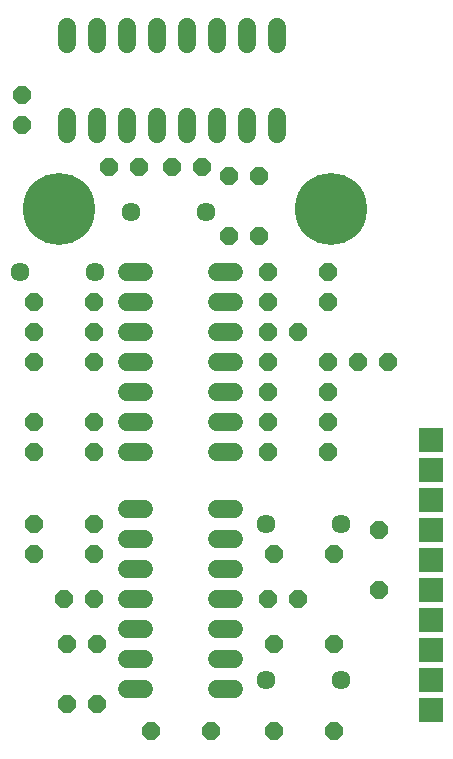
<source format=gts>
G75*
%MOIN*%
%OFA0B0*%
%FSLAX24Y24*%
%IPPOS*%
%LPD*%
%AMOC8*
5,1,8,0,0,1.08239X$1,22.5*
%
%ADD10OC8,0.0600*%
%ADD11C,0.0600*%
%ADD12C,0.0634*%
%ADD13R,0.0788X0.0788*%
%ADD14C,0.2402*%
D10*
X002850Y002110D03*
X003850Y002110D03*
X003850Y004110D03*
X003750Y005610D03*
X002850Y004110D03*
X002750Y005610D03*
X001750Y007110D03*
X001750Y008110D03*
X001750Y010510D03*
X001750Y011510D03*
X001750Y013510D03*
X001750Y014510D03*
X001750Y015510D03*
X003750Y015510D03*
X003750Y014510D03*
X003750Y013510D03*
X003750Y011510D03*
X003750Y010510D03*
X003750Y008110D03*
X003750Y007110D03*
X005650Y001210D03*
X007650Y001210D03*
X009750Y001210D03*
X011750Y001210D03*
X011750Y004110D03*
X010550Y005610D03*
X009750Y004110D03*
X009550Y005610D03*
X009750Y007110D03*
X011750Y007110D03*
X013250Y007910D03*
X013250Y005910D03*
X011550Y010510D03*
X011550Y011510D03*
X011550Y012510D03*
X011550Y013510D03*
X012550Y013510D03*
X013550Y013510D03*
X011550Y015510D03*
X011550Y016510D03*
X010550Y014510D03*
X009550Y014510D03*
X009550Y013510D03*
X009550Y012510D03*
X009550Y011510D03*
X009550Y010510D03*
X009550Y015510D03*
X009550Y016510D03*
X009250Y017710D03*
X008250Y017710D03*
X008250Y019710D03*
X007350Y020010D03*
X006350Y020010D03*
X005250Y020010D03*
X004250Y020010D03*
X001350Y021410D03*
X001350Y022410D03*
X009250Y019710D03*
D11*
X008850Y021130D02*
X008850Y021690D01*
X007850Y021690D02*
X007850Y021130D01*
X006850Y021130D02*
X006850Y021690D01*
X005850Y021690D02*
X005850Y021130D01*
X004850Y021130D02*
X004850Y021690D01*
X003850Y021690D02*
X003850Y021130D01*
X002850Y021130D02*
X002850Y021690D01*
X002850Y024130D02*
X002850Y024690D01*
X003850Y024690D02*
X003850Y024130D01*
X004850Y024130D02*
X004850Y024690D01*
X005850Y024690D02*
X005850Y024130D01*
X006850Y024130D02*
X006850Y024690D01*
X007850Y024690D02*
X007850Y024130D01*
X008850Y024130D02*
X008850Y024690D01*
X009850Y024690D02*
X009850Y024130D01*
X009850Y021690D02*
X009850Y021130D01*
X008430Y016510D02*
X007870Y016510D01*
X007870Y015510D02*
X008430Y015510D01*
X008430Y014510D02*
X007870Y014510D01*
X007870Y013510D02*
X008430Y013510D01*
X008430Y012510D02*
X007870Y012510D01*
X007870Y011510D02*
X008430Y011510D01*
X008430Y010510D02*
X007870Y010510D01*
X007870Y008610D02*
X008430Y008610D01*
X008430Y007610D02*
X007870Y007610D01*
X007870Y006610D02*
X008430Y006610D01*
X008430Y005610D02*
X007870Y005610D01*
X007870Y004610D02*
X008430Y004610D01*
X008430Y003610D02*
X007870Y003610D01*
X007870Y002610D02*
X008430Y002610D01*
X005430Y002610D02*
X004870Y002610D01*
X004870Y003610D02*
X005430Y003610D01*
X005430Y004610D02*
X004870Y004610D01*
X004870Y005610D02*
X005430Y005610D01*
X005430Y006610D02*
X004870Y006610D01*
X004870Y007610D02*
X005430Y007610D01*
X005430Y008610D02*
X004870Y008610D01*
X004870Y010510D02*
X005430Y010510D01*
X005430Y011510D02*
X004870Y011510D01*
X004870Y012510D02*
X005430Y012510D01*
X005430Y013510D02*
X004870Y013510D01*
X004870Y014510D02*
X005430Y014510D01*
X005430Y015510D02*
X004870Y015510D01*
X004870Y016510D02*
X005430Y016510D01*
D12*
X005000Y018510D03*
X003800Y016510D03*
X001300Y016510D03*
X007500Y018510D03*
X009500Y008110D03*
X012000Y008110D03*
X012000Y002910D03*
X009500Y002910D03*
D13*
X014990Y002911D03*
X014990Y003911D03*
X014990Y004911D03*
X014990Y005911D03*
X014990Y006911D03*
X014990Y007911D03*
X014990Y008911D03*
X014990Y009911D03*
X014990Y010911D03*
X014990Y001911D03*
D14*
X011644Y018616D03*
X002589Y018616D03*
M02*

</source>
